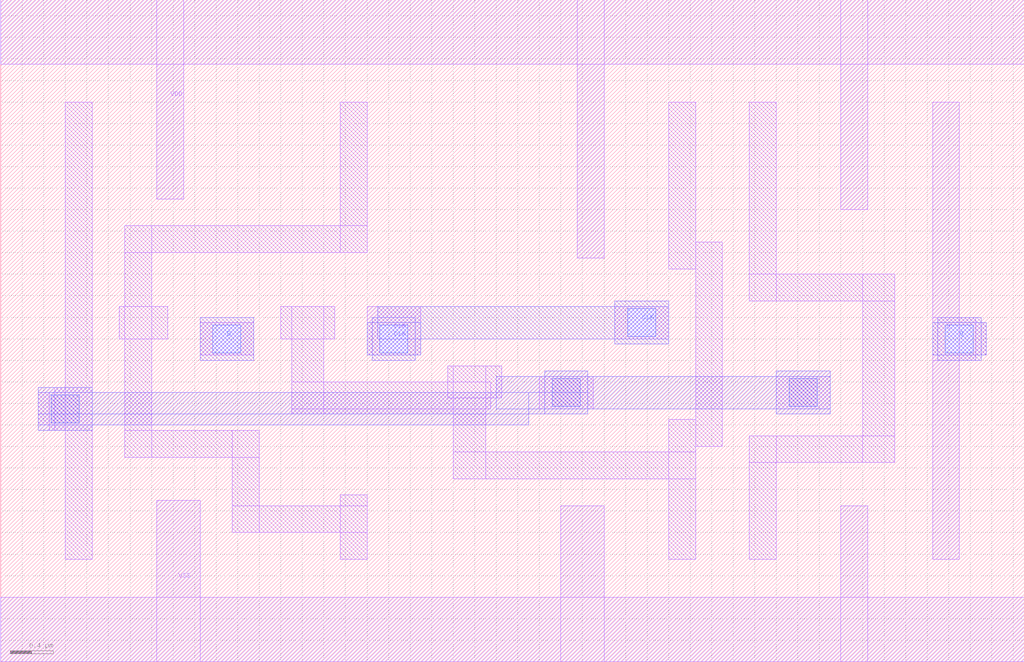
<source format=lef>
# Copyright 2022 Google LLC
# Licensed under the Apache License, Version 2.0 (the "License");
# you may not use this file except in compliance with the License.
# You may obtain a copy of the License at
#
#      http://www.apache.org/licenses/LICENSE-2.0
#
# Unless required by applicable law or agreed to in writing, software
# distributed under the License is distributed on an "AS IS" BASIS,
# WITHOUT WARRANTIES OR CONDITIONS OF ANY KIND, either express or implied.
# See the License for the specific language governing permissions and
# limitations under the License.
VERSION 5.7 ;
BUSBITCHARS "[]" ;
DIVIDERCHAR "/" ;

MACRO gf180mcu_osu_sc_gp9t3v3__dlat_1
  CLASS CORE ;
  ORIGIN 0 0 ;
  FOREIGN gf180mcu_osu_sc_gp9t3v3__dlat_1 0 0 ;
  SIZE 9.5 BY 6.15 ;
  SYMMETRY X Y ;
  SITE gf180mcu_osu_sc_gp9t3v3 ;
  PIN VDD
    DIRECTION INOUT ;
    USE POWER ;
    SHAPE ABUTMENT ;
    PORT
      LAYER MET1 ;
        RECT 0 5.55 9.5 6.15 ;
        RECT 7.8 4.2 8.05 6.15 ;
        RECT 5.35 3.75 5.6 6.15 ;
        RECT 1.45 4.3 1.7 6.15 ;
    END
  END VDD
  PIN VSS
    DIRECTION INOUT ;
    USE GROUND ;
    PORT
      LAYER MET1 ;
        RECT 0 0 9.5 0.6 ;
        RECT 7.8 0 8.05 1.45 ;
        RECT 5.2 0 5.6 1.45 ;
        RECT 1.45 0 1.85 1.5 ;
    END
  END VSS
  PIN CLK
    DIRECTION INPUT ;
    USE CLOCK ;
    PORT
      LAYER MET1 ;
        RECT 5.7 3 6.2 3.3 ;
        RECT 3.4 2.85 3.9 3.3 ;
      LAYER MET2 ;
        RECT 5.7 2.95 6.2 3.35 ;
        RECT 3.5 3 6.2 3.3 ;
        RECT 3.4 2.85 3.9 3.15 ;
        RECT 3.45 2.8 3.85 3.2 ;
      LAYER VIA12 ;
        RECT 3.52 2.87 3.78 3.13 ;
        RECT 5.82 3.02 6.08 3.28 ;
    END
  END CLK
  PIN D
    DIRECTION INPUT ;
    USE SIGNAL ;
    PORT
      LAYER MET1 ;
        RECT 1.85 2.85 2.35 3.15 ;
      LAYER MET2 ;
        RECT 1.85 2.8 2.35 3.2 ;
      LAYER VIA12 ;
        RECT 1.97 2.87 2.23 3.13 ;
    END
  END D
  PIN Q
    DIRECTION OUTPUT ;
    USE SIGNAL ;
    PORT
      LAYER MET1 ;
        RECT 8.65 2.85 9.15 3.15 ;
        RECT 8.65 2.8 9.05 3.2 ;
        RECT 8.65 0.95 8.9 5.2 ;
      LAYER MET2 ;
        RECT 8.65 2.85 9.15 3.15 ;
        RECT 8.7 2.8 9.1 3.2 ;
      LAYER VIA12 ;
        RECT 8.77 2.87 9.03 3.13 ;
    END
  END Q
  OBS
    LAYER MET2 ;
      RECT 7.2 2.3 7.7 2.7 ;
      RECT 5.05 2.3 5.45 2.7 ;
      RECT 4.6 2.35 7.7 2.65 ;
      RECT 0.35 2.15 0.85 2.55 ;
      RECT 0.35 2.2 4.9 2.5 ;
      RECT 0.35 2.3 5.45 2.5 ;
    LAYER VIA12 ;
      RECT 7.32 2.37 7.58 2.63 ;
      RECT 5.12 2.37 5.38 2.63 ;
      RECT 0.47 2.22 0.73 2.48 ;
    LAYER MET1 ;
      RECT 6.95 3.35 7.2 5.2 ;
      RECT 6.95 3.35 8.3 3.6 ;
      RECT 8 1.85 8.3 3.6 ;
      RECT 6.95 1.85 8.3 2.1 ;
      RECT 6.95 0.95 7.2 2.1 ;
      RECT 6.2 3.65 6.45 5.2 ;
      RECT 6.45 2 6.7 3.9 ;
      RECT 2.6 3 3.1 3.3 ;
      RECT 2.7 2.3 3 3.3 ;
      RECT 4.15 2.45 4.65 2.75 ;
      RECT 2.7 2.3 4.5 2.6 ;
      RECT 2.7 2.35 4.55 2.6 ;
      RECT 4.2 1.7 4.5 2.75 ;
      RECT 6.2 0.95 6.45 2.25 ;
      RECT 4.2 1.7 6.45 1.95 ;
      RECT 3.15 3.8 3.4 5.2 ;
      RECT 1.15 3.8 3.4 4.05 ;
      RECT 1.15 1.9 1.4 4.05 ;
      RECT 1.1 3 1.55 3.3 ;
      RECT 1.15 1.9 2.4 2.15 ;
      RECT 2.15 1.2 2.4 2.15 ;
      RECT 3.15 0.95 3.4 1.55 ;
      RECT 2.15 1.2 3.4 1.45 ;
      RECT 0.6 0.95 0.85 5.2 ;
      RECT 0.5 2.15 0.85 2.55 ;
      RECT 0.35 2.2 0.85 2.5 ;
      RECT 0.45 2.15 0.85 2.5 ;
      RECT 7.2 2.35 7.7 2.65 ;
      RECT 5 2.35 5.5 2.65 ;
  END
END gf180mcu_osu_sc_gp9t3v3__dlat_1

</source>
